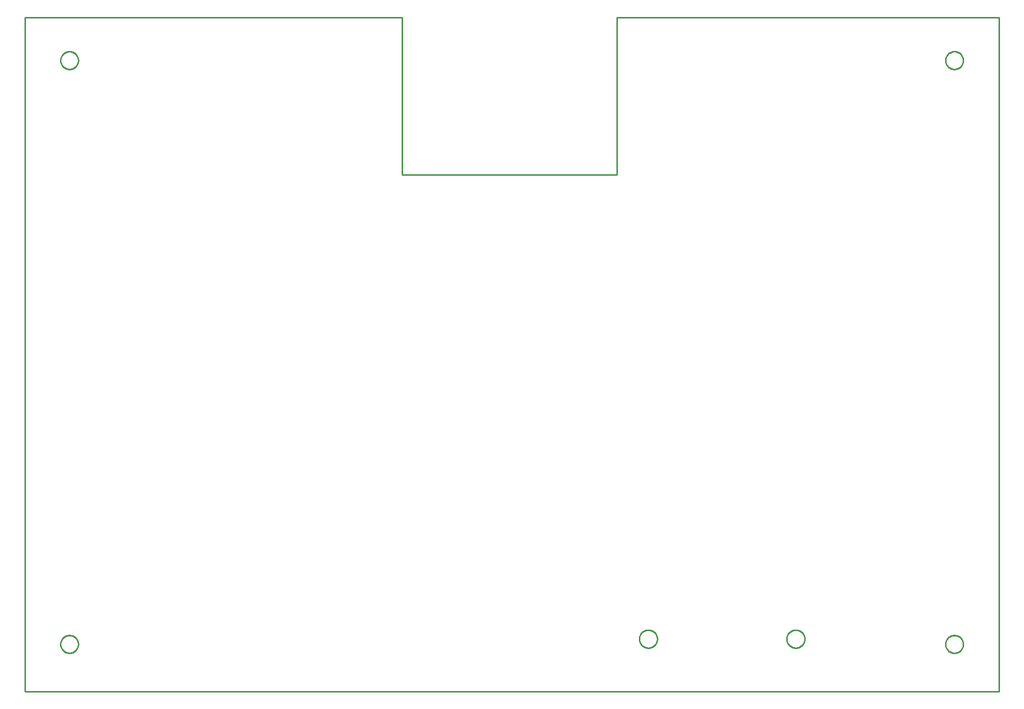
<source format=gbr>
G04 EAGLE Gerber RS-274X export*
G75*
%MOMM*%
%FSLAX34Y34*%
%LPD*%
%IN*%
%IPPOS*%
%AMOC8*
5,1,8,0,0,1.08239X$1,22.5*%
G01*
%ADD10C,0.254000*%


D10*
X0Y0D02*
X1651000Y0D01*
X1651000Y1143000D01*
X1003300Y1143000D01*
X1003300Y876300D01*
X638810Y876300D01*
X638810Y1143000D01*
X0Y1143000D01*
X0Y0D01*
X90000Y79464D02*
X89924Y78396D01*
X89771Y77335D01*
X89543Y76288D01*
X89241Y75260D01*
X88867Y74256D01*
X88422Y73281D01*
X87908Y72341D01*
X87329Y71440D01*
X86687Y70582D01*
X85985Y69772D01*
X85228Y69015D01*
X84418Y68313D01*
X83560Y67671D01*
X82659Y67092D01*
X81719Y66578D01*
X80744Y66133D01*
X79740Y65759D01*
X78712Y65457D01*
X77665Y65229D01*
X76604Y65076D01*
X75536Y65000D01*
X74464Y65000D01*
X73396Y65076D01*
X72335Y65229D01*
X71288Y65457D01*
X70260Y65759D01*
X69256Y66133D01*
X68281Y66578D01*
X67341Y67092D01*
X66440Y67671D01*
X65582Y68313D01*
X64772Y69015D01*
X64015Y69772D01*
X63313Y70582D01*
X62671Y71440D01*
X62092Y72341D01*
X61578Y73281D01*
X61133Y74256D01*
X60759Y75260D01*
X60457Y76288D01*
X60229Y77335D01*
X60076Y78396D01*
X60000Y79464D01*
X60000Y80536D01*
X60076Y81604D01*
X60229Y82665D01*
X60457Y83712D01*
X60759Y84740D01*
X61133Y85744D01*
X61578Y86719D01*
X62092Y87659D01*
X62671Y88560D01*
X63313Y89418D01*
X64015Y90228D01*
X64772Y90985D01*
X65582Y91687D01*
X66440Y92329D01*
X67341Y92908D01*
X68281Y93422D01*
X69256Y93867D01*
X70260Y94241D01*
X71288Y94543D01*
X72335Y94771D01*
X73396Y94924D01*
X74464Y95000D01*
X75536Y95000D01*
X76604Y94924D01*
X77665Y94771D01*
X78712Y94543D01*
X79740Y94241D01*
X80744Y93867D01*
X81719Y93422D01*
X82659Y92908D01*
X83560Y92329D01*
X84418Y91687D01*
X85228Y90985D01*
X85985Y90228D01*
X86687Y89418D01*
X87329Y88560D01*
X87908Y87659D01*
X88422Y86719D01*
X88867Y85744D01*
X89241Y84740D01*
X89543Y83712D01*
X89771Y82665D01*
X89924Y81604D01*
X90000Y80536D01*
X90000Y79464D01*
X90000Y1069464D02*
X89924Y1068396D01*
X89771Y1067335D01*
X89543Y1066288D01*
X89241Y1065260D01*
X88867Y1064256D01*
X88422Y1063281D01*
X87908Y1062341D01*
X87329Y1061440D01*
X86687Y1060582D01*
X85985Y1059772D01*
X85228Y1059015D01*
X84418Y1058313D01*
X83560Y1057671D01*
X82659Y1057092D01*
X81719Y1056578D01*
X80744Y1056133D01*
X79740Y1055759D01*
X78712Y1055457D01*
X77665Y1055229D01*
X76604Y1055076D01*
X75536Y1055000D01*
X74464Y1055000D01*
X73396Y1055076D01*
X72335Y1055229D01*
X71288Y1055457D01*
X70260Y1055759D01*
X69256Y1056133D01*
X68281Y1056578D01*
X67341Y1057092D01*
X66440Y1057671D01*
X65582Y1058313D01*
X64772Y1059015D01*
X64015Y1059772D01*
X63313Y1060582D01*
X62671Y1061440D01*
X62092Y1062341D01*
X61578Y1063281D01*
X61133Y1064256D01*
X60759Y1065260D01*
X60457Y1066288D01*
X60229Y1067335D01*
X60076Y1068396D01*
X60000Y1069464D01*
X60000Y1070536D01*
X60076Y1071604D01*
X60229Y1072665D01*
X60457Y1073712D01*
X60759Y1074740D01*
X61133Y1075744D01*
X61578Y1076719D01*
X62092Y1077659D01*
X62671Y1078560D01*
X63313Y1079418D01*
X64015Y1080228D01*
X64772Y1080985D01*
X65582Y1081687D01*
X66440Y1082329D01*
X67341Y1082908D01*
X68281Y1083422D01*
X69256Y1083867D01*
X70260Y1084241D01*
X71288Y1084543D01*
X72335Y1084771D01*
X73396Y1084924D01*
X74464Y1085000D01*
X75536Y1085000D01*
X76604Y1084924D01*
X77665Y1084771D01*
X78712Y1084543D01*
X79740Y1084241D01*
X80744Y1083867D01*
X81719Y1083422D01*
X82659Y1082908D01*
X83560Y1082329D01*
X84418Y1081687D01*
X85228Y1080985D01*
X85985Y1080228D01*
X86687Y1079418D01*
X87329Y1078560D01*
X87908Y1077659D01*
X88422Y1076719D01*
X88867Y1075744D01*
X89241Y1074740D01*
X89543Y1073712D01*
X89771Y1072665D01*
X89924Y1071604D01*
X90000Y1070536D01*
X90000Y1069464D01*
X1590000Y1069464D02*
X1589924Y1068396D01*
X1589771Y1067335D01*
X1589543Y1066288D01*
X1589241Y1065260D01*
X1588867Y1064256D01*
X1588422Y1063281D01*
X1587908Y1062341D01*
X1587329Y1061440D01*
X1586687Y1060582D01*
X1585985Y1059772D01*
X1585228Y1059015D01*
X1584418Y1058313D01*
X1583560Y1057671D01*
X1582659Y1057092D01*
X1581719Y1056578D01*
X1580744Y1056133D01*
X1579740Y1055759D01*
X1578712Y1055457D01*
X1577665Y1055229D01*
X1576604Y1055076D01*
X1575536Y1055000D01*
X1574464Y1055000D01*
X1573396Y1055076D01*
X1572335Y1055229D01*
X1571288Y1055457D01*
X1570260Y1055759D01*
X1569256Y1056133D01*
X1568281Y1056578D01*
X1567341Y1057092D01*
X1566440Y1057671D01*
X1565582Y1058313D01*
X1564772Y1059015D01*
X1564015Y1059772D01*
X1563313Y1060582D01*
X1562671Y1061440D01*
X1562092Y1062341D01*
X1561578Y1063281D01*
X1561133Y1064256D01*
X1560759Y1065260D01*
X1560457Y1066288D01*
X1560229Y1067335D01*
X1560076Y1068396D01*
X1560000Y1069464D01*
X1560000Y1070536D01*
X1560076Y1071604D01*
X1560229Y1072665D01*
X1560457Y1073712D01*
X1560759Y1074740D01*
X1561133Y1075744D01*
X1561578Y1076719D01*
X1562092Y1077659D01*
X1562671Y1078560D01*
X1563313Y1079418D01*
X1564015Y1080228D01*
X1564772Y1080985D01*
X1565582Y1081687D01*
X1566440Y1082329D01*
X1567341Y1082908D01*
X1568281Y1083422D01*
X1569256Y1083867D01*
X1570260Y1084241D01*
X1571288Y1084543D01*
X1572335Y1084771D01*
X1573396Y1084924D01*
X1574464Y1085000D01*
X1575536Y1085000D01*
X1576604Y1084924D01*
X1577665Y1084771D01*
X1578712Y1084543D01*
X1579740Y1084241D01*
X1580744Y1083867D01*
X1581719Y1083422D01*
X1582659Y1082908D01*
X1583560Y1082329D01*
X1584418Y1081687D01*
X1585228Y1080985D01*
X1585985Y1080228D01*
X1586687Y1079418D01*
X1587329Y1078560D01*
X1587908Y1077659D01*
X1588422Y1076719D01*
X1588867Y1075744D01*
X1589241Y1074740D01*
X1589543Y1073712D01*
X1589771Y1072665D01*
X1589924Y1071604D01*
X1590000Y1070536D01*
X1590000Y1069464D01*
X1590000Y79464D02*
X1589924Y78396D01*
X1589771Y77335D01*
X1589543Y76288D01*
X1589241Y75260D01*
X1588867Y74256D01*
X1588422Y73281D01*
X1587908Y72341D01*
X1587329Y71440D01*
X1586687Y70582D01*
X1585985Y69772D01*
X1585228Y69015D01*
X1584418Y68313D01*
X1583560Y67671D01*
X1582659Y67092D01*
X1581719Y66578D01*
X1580744Y66133D01*
X1579740Y65759D01*
X1578712Y65457D01*
X1577665Y65229D01*
X1576604Y65076D01*
X1575536Y65000D01*
X1574464Y65000D01*
X1573396Y65076D01*
X1572335Y65229D01*
X1571288Y65457D01*
X1570260Y65759D01*
X1569256Y66133D01*
X1568281Y66578D01*
X1567341Y67092D01*
X1566440Y67671D01*
X1565582Y68313D01*
X1564772Y69015D01*
X1564015Y69772D01*
X1563313Y70582D01*
X1562671Y71440D01*
X1562092Y72341D01*
X1561578Y73281D01*
X1561133Y74256D01*
X1560759Y75260D01*
X1560457Y76288D01*
X1560229Y77335D01*
X1560076Y78396D01*
X1560000Y79464D01*
X1560000Y80536D01*
X1560076Y81604D01*
X1560229Y82665D01*
X1560457Y83712D01*
X1560759Y84740D01*
X1561133Y85744D01*
X1561578Y86719D01*
X1562092Y87659D01*
X1562671Y88560D01*
X1563313Y89418D01*
X1564015Y90228D01*
X1564772Y90985D01*
X1565582Y91687D01*
X1566440Y92329D01*
X1567341Y92908D01*
X1568281Y93422D01*
X1569256Y93867D01*
X1570260Y94241D01*
X1571288Y94543D01*
X1572335Y94771D01*
X1573396Y94924D01*
X1574464Y95000D01*
X1575536Y95000D01*
X1576604Y94924D01*
X1577665Y94771D01*
X1578712Y94543D01*
X1579740Y94241D01*
X1580744Y93867D01*
X1581719Y93422D01*
X1582659Y92908D01*
X1583560Y92329D01*
X1584418Y91687D01*
X1585228Y90985D01*
X1585985Y90228D01*
X1586687Y89418D01*
X1587329Y88560D01*
X1587908Y87659D01*
X1588422Y86719D01*
X1588867Y85744D01*
X1589241Y84740D01*
X1589543Y83712D01*
X1589771Y82665D01*
X1589924Y81604D01*
X1590000Y80536D01*
X1590000Y79464D01*
X1290828Y89444D02*
X1290906Y90530D01*
X1291061Y91608D01*
X1291292Y92671D01*
X1291599Y93716D01*
X1291979Y94736D01*
X1292431Y95726D01*
X1292953Y96681D01*
X1293542Y97597D01*
X1294194Y98469D01*
X1294907Y99291D01*
X1295677Y100061D01*
X1296499Y100774D01*
X1297371Y101426D01*
X1298287Y102015D01*
X1299242Y102537D01*
X1300232Y102989D01*
X1301252Y103369D01*
X1302297Y103676D01*
X1303360Y103907D01*
X1304438Y104062D01*
X1305524Y104140D01*
X1306612Y104140D01*
X1307698Y104062D01*
X1308776Y103907D01*
X1309839Y103676D01*
X1310884Y103369D01*
X1311904Y102989D01*
X1312894Y102537D01*
X1313849Y102015D01*
X1314765Y101426D01*
X1315637Y100774D01*
X1316459Y100061D01*
X1317229Y99291D01*
X1317942Y98469D01*
X1318594Y97597D01*
X1319183Y96681D01*
X1319705Y95726D01*
X1320157Y94736D01*
X1320537Y93716D01*
X1320844Y92671D01*
X1321075Y91608D01*
X1321230Y90530D01*
X1321308Y89444D01*
X1321308Y88356D01*
X1321230Y87270D01*
X1321075Y86192D01*
X1320844Y85129D01*
X1320537Y84084D01*
X1320157Y83064D01*
X1319705Y82074D01*
X1319183Y81119D01*
X1318594Y80203D01*
X1317942Y79331D01*
X1317229Y78509D01*
X1316459Y77739D01*
X1315637Y77026D01*
X1314765Y76374D01*
X1313849Y75785D01*
X1312894Y75263D01*
X1311904Y74811D01*
X1310884Y74431D01*
X1309839Y74124D01*
X1308776Y73893D01*
X1307698Y73738D01*
X1306612Y73660D01*
X1305524Y73660D01*
X1304438Y73738D01*
X1303360Y73893D01*
X1302297Y74124D01*
X1301252Y74431D01*
X1300232Y74811D01*
X1299242Y75263D01*
X1298287Y75785D01*
X1297371Y76374D01*
X1296499Y77026D01*
X1295677Y77739D01*
X1294907Y78509D01*
X1294194Y79331D01*
X1293542Y80203D01*
X1292953Y81119D01*
X1292431Y82074D01*
X1291979Y83064D01*
X1291599Y84084D01*
X1291292Y85129D01*
X1291061Y86192D01*
X1290906Y87270D01*
X1290828Y88356D01*
X1290828Y89444D01*
X1040892Y89444D02*
X1040970Y90530D01*
X1041125Y91608D01*
X1041356Y92671D01*
X1041663Y93716D01*
X1042043Y94736D01*
X1042495Y95726D01*
X1043017Y96681D01*
X1043606Y97597D01*
X1044258Y98469D01*
X1044971Y99291D01*
X1045741Y100061D01*
X1046563Y100774D01*
X1047435Y101426D01*
X1048351Y102015D01*
X1049306Y102537D01*
X1050296Y102989D01*
X1051316Y103369D01*
X1052361Y103676D01*
X1053424Y103907D01*
X1054502Y104062D01*
X1055588Y104140D01*
X1056676Y104140D01*
X1057762Y104062D01*
X1058840Y103907D01*
X1059903Y103676D01*
X1060948Y103369D01*
X1061968Y102989D01*
X1062958Y102537D01*
X1063913Y102015D01*
X1064829Y101426D01*
X1065701Y100774D01*
X1066523Y100061D01*
X1067293Y99291D01*
X1068006Y98469D01*
X1068658Y97597D01*
X1069247Y96681D01*
X1069769Y95726D01*
X1070221Y94736D01*
X1070601Y93716D01*
X1070908Y92671D01*
X1071139Y91608D01*
X1071294Y90530D01*
X1071372Y89444D01*
X1071372Y88356D01*
X1071294Y87270D01*
X1071139Y86192D01*
X1070908Y85129D01*
X1070601Y84084D01*
X1070221Y83064D01*
X1069769Y82074D01*
X1069247Y81119D01*
X1068658Y80203D01*
X1068006Y79331D01*
X1067293Y78509D01*
X1066523Y77739D01*
X1065701Y77026D01*
X1064829Y76374D01*
X1063913Y75785D01*
X1062958Y75263D01*
X1061968Y74811D01*
X1060948Y74431D01*
X1059903Y74124D01*
X1058840Y73893D01*
X1057762Y73738D01*
X1056676Y73660D01*
X1055588Y73660D01*
X1054502Y73738D01*
X1053424Y73893D01*
X1052361Y74124D01*
X1051316Y74431D01*
X1050296Y74811D01*
X1049306Y75263D01*
X1048351Y75785D01*
X1047435Y76374D01*
X1046563Y77026D01*
X1045741Y77739D01*
X1044971Y78509D01*
X1044258Y79331D01*
X1043606Y80203D01*
X1043017Y81119D01*
X1042495Y82074D01*
X1042043Y83064D01*
X1041663Y84084D01*
X1041356Y85129D01*
X1041125Y86192D01*
X1040970Y87270D01*
X1040892Y88356D01*
X1040892Y89444D01*
M02*

</source>
